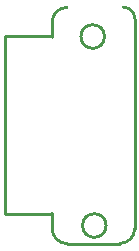
<source format=gm1>
G04*
G04 #@! TF.GenerationSoftware,Altium Limited,Altium Designer,21.8.1 (53)*
G04*
G04 Layer_Color=16711935*
%FSLAX25Y25*%
%MOIN*%
G70*
G04*
G04 #@! TF.SameCoordinates,C2174058-73BF-4598-9A41-64E146E9FC4E*
G04*
G04*
G04 #@! TF.FilePolarity,Positive*
G04*
G01*
G75*
%ADD12C,0.01000*%
D12*
X150000Y93500D02*
G03*
X155000Y98500I0J5000D01*
G01*
X127500Y103500D02*
G03*
X127441Y103441I0J-59D01*
G01*
X145437Y99500D02*
G03*
X145437Y99500I-3937J0D01*
G01*
X127441Y98470D02*
G03*
X132411Y93500I4970J0D01*
G01*
X127500Y162500D02*
G03*
X127445Y162555I-55J0D01*
G01*
X132445Y172240D02*
G03*
X127445Y167240I0J-5000D01*
G01*
X155000Y168500D02*
G03*
X151260Y172240I-3740J0D01*
G01*
X144937Y162500D02*
G03*
X144937Y162500I-3937J0D01*
G01*
X111693Y103500D02*
X127500D01*
X127441Y98470D02*
Y103441D01*
X132411Y93500D02*
X150000D01*
X111693Y103500D02*
Y162555D01*
X155000Y98500D02*
Y168500D01*
X127500Y162500D02*
Y167240D01*
X127445Y162555D02*
Y167240D01*
X111693Y162555D02*
X127445D01*
M02*

</source>
